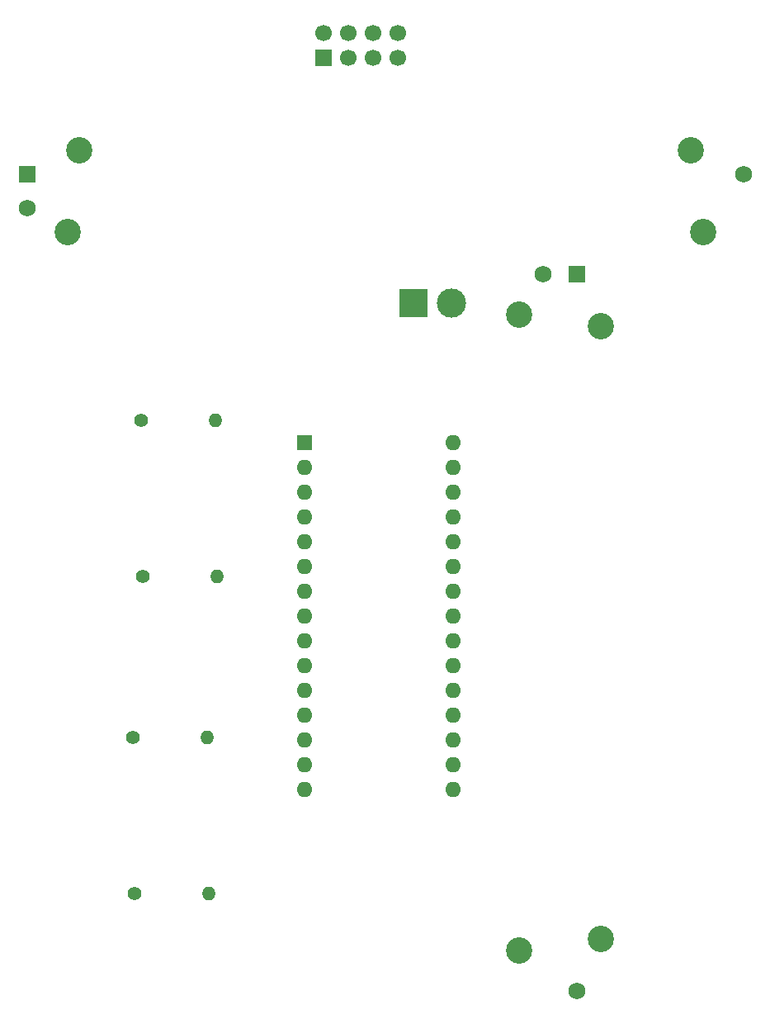
<source format=gbr>
%TF.GenerationSoftware,KiCad,Pcbnew,8.0.7*%
%TF.CreationDate,2025-01-13T00:49:29+02:00*%
%TF.ProjectId,RC-CarPCB,52432d43-6172-4504-9342-2e6b69636164,rev?*%
%TF.SameCoordinates,Original*%
%TF.FileFunction,Soldermask,Bot*%
%TF.FilePolarity,Negative*%
%FSLAX46Y46*%
G04 Gerber Fmt 4.6, Leading zero omitted, Abs format (unit mm)*
G04 Created by KiCad (PCBNEW 8.0.7) date 2025-01-13 00:49:29*
%MOMM*%
%LPD*%
G01*
G04 APERTURE LIST*
%ADD10R,3.000000X3.000000*%
%ADD11C,3.000000*%
%ADD12C,1.700000*%
%ADD13R,1.700000X1.700000*%
%ADD14C,2.700000*%
%ADD15C,1.750000*%
%ADD16R,1.750000X1.750000*%
%ADD17C,1.400000*%
%ADD18O,1.400000X1.400000*%
%ADD19O,1.600000X1.600000*%
%ADD20R,1.600000X1.600000*%
G04 APERTURE END LIST*
D10*
%TO.C,J1*%
X150120000Y-73500000D03*
D11*
X154000000Y-73500000D03*
%TD*%
D12*
%TO.C,U1*%
X148495000Y-45749500D03*
X148495000Y-48289500D03*
X145955000Y-45749500D03*
X145955000Y-48289500D03*
X143415000Y-45749500D03*
X143415000Y-48289500D03*
X140875000Y-45749500D03*
D13*
X140875000Y-48289500D03*
%TD*%
D14*
%TO.C,RV2*%
X160970000Y-139865000D03*
X169370000Y-138665000D03*
X169370000Y-75865000D03*
X160970000Y-74665000D03*
D15*
X166920000Y-144015000D03*
X163420000Y-70515000D03*
D16*
X166920000Y-70515000D03*
%TD*%
%TO.C,RV1*%
X110480000Y-60250000D03*
D15*
X110480000Y-63750000D03*
X183980000Y-60250000D03*
D14*
X114630000Y-66200000D03*
X115830000Y-57800000D03*
X178630000Y-57800000D03*
X179830000Y-66200000D03*
%TD*%
D17*
%TO.C,R4*%
X121500000Y-134000000D03*
D18*
X129120000Y-134000000D03*
%TD*%
%TO.C,R3*%
X129000000Y-118000000D03*
D17*
X121380000Y-118000000D03*
%TD*%
D18*
%TO.C,R2*%
X130000000Y-101500000D03*
D17*
X122380000Y-101500000D03*
%TD*%
D18*
%TO.C,R1*%
X129810000Y-85500000D03*
D17*
X122190000Y-85500000D03*
%TD*%
D19*
%TO.C,A1*%
X154240000Y-87800000D03*
X154240000Y-90340000D03*
X154240000Y-92880000D03*
X154240000Y-95420000D03*
X154240000Y-97960000D03*
X154240000Y-100500000D03*
X154240000Y-103040000D03*
X154240000Y-105580000D03*
X154240000Y-108120000D03*
X154240000Y-110660000D03*
X154240000Y-113200000D03*
X154240000Y-115740000D03*
X154240000Y-118280000D03*
X154240000Y-120820000D03*
X154240000Y-123360000D03*
X139000000Y-123360000D03*
X139000000Y-120820000D03*
X139000000Y-118280000D03*
X139000000Y-115740000D03*
X139000000Y-113200000D03*
X139000000Y-110660000D03*
X139000000Y-108120000D03*
X139000000Y-105580000D03*
X139000000Y-103040000D03*
X139000000Y-100500000D03*
X139000000Y-97960000D03*
X139000000Y-95420000D03*
X139000000Y-92880000D03*
X139000000Y-90340000D03*
D20*
X139000000Y-87800000D03*
%TD*%
M02*

</source>
